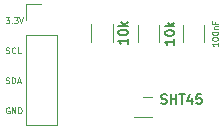
<source format=gbr>
%TF.GenerationSoftware,KiCad,Pcbnew,7.0.6-7.0.6~ubuntu22.04.1*%
%TF.CreationDate,2023-08-07T17:02:43+02:00*%
%TF.ProjectId,SHT45,53485434-352e-46b6-9963-61645f706362,rev?*%
%TF.SameCoordinates,Original*%
%TF.FileFunction,Legend,Top*%
%TF.FilePolarity,Positive*%
%FSLAX46Y46*%
G04 Gerber Fmt 4.6, Leading zero omitted, Abs format (unit mm)*
G04 Created by KiCad (PCBNEW 7.0.6-7.0.6~ubuntu22.04.1) date 2023-08-07 17:02:43*
%MOMM*%
%LPD*%
G01*
G04 APERTURE LIST*
%ADD10C,0.050000*%
%ADD11C,0.150000*%
%ADD12C,0.125000*%
%ADD13C,0.120000*%
G04 APERTURE END LIST*
D10*
X122333846Y-91662019D02*
X122286227Y-91638209D01*
X122286227Y-91638209D02*
X122214798Y-91638209D01*
X122214798Y-91638209D02*
X122143370Y-91662019D01*
X122143370Y-91662019D02*
X122095751Y-91709638D01*
X122095751Y-91709638D02*
X122071941Y-91757257D01*
X122071941Y-91757257D02*
X122048132Y-91852495D01*
X122048132Y-91852495D02*
X122048132Y-91923923D01*
X122048132Y-91923923D02*
X122071941Y-92019161D01*
X122071941Y-92019161D02*
X122095751Y-92066780D01*
X122095751Y-92066780D02*
X122143370Y-92114400D01*
X122143370Y-92114400D02*
X122214798Y-92138209D01*
X122214798Y-92138209D02*
X122262417Y-92138209D01*
X122262417Y-92138209D02*
X122333846Y-92114400D01*
X122333846Y-92114400D02*
X122357655Y-92090590D01*
X122357655Y-92090590D02*
X122357655Y-91923923D01*
X122357655Y-91923923D02*
X122262417Y-91923923D01*
X122571941Y-92138209D02*
X122571941Y-91638209D01*
X122571941Y-91638209D02*
X122857655Y-92138209D01*
X122857655Y-92138209D02*
X122857655Y-91638209D01*
X123095751Y-92138209D02*
X123095751Y-91638209D01*
X123095751Y-91638209D02*
X123214799Y-91638209D01*
X123214799Y-91638209D02*
X123286227Y-91662019D01*
X123286227Y-91662019D02*
X123333846Y-91709638D01*
X123333846Y-91709638D02*
X123357656Y-91757257D01*
X123357656Y-91757257D02*
X123381465Y-91852495D01*
X123381465Y-91852495D02*
X123381465Y-91923923D01*
X123381465Y-91923923D02*
X123357656Y-92019161D01*
X123357656Y-92019161D02*
X123333846Y-92066780D01*
X123333846Y-92066780D02*
X123286227Y-92114400D01*
X123286227Y-92114400D02*
X123214799Y-92138209D01*
X123214799Y-92138209D02*
X123095751Y-92138209D01*
X122048132Y-89574400D02*
X122119560Y-89598209D01*
X122119560Y-89598209D02*
X122238608Y-89598209D01*
X122238608Y-89598209D02*
X122286227Y-89574400D01*
X122286227Y-89574400D02*
X122310036Y-89550590D01*
X122310036Y-89550590D02*
X122333846Y-89502971D01*
X122333846Y-89502971D02*
X122333846Y-89455352D01*
X122333846Y-89455352D02*
X122310036Y-89407733D01*
X122310036Y-89407733D02*
X122286227Y-89383923D01*
X122286227Y-89383923D02*
X122238608Y-89360114D01*
X122238608Y-89360114D02*
X122143370Y-89336304D01*
X122143370Y-89336304D02*
X122095751Y-89312495D01*
X122095751Y-89312495D02*
X122071941Y-89288685D01*
X122071941Y-89288685D02*
X122048132Y-89241066D01*
X122048132Y-89241066D02*
X122048132Y-89193447D01*
X122048132Y-89193447D02*
X122071941Y-89145828D01*
X122071941Y-89145828D02*
X122095751Y-89122019D01*
X122095751Y-89122019D02*
X122143370Y-89098209D01*
X122143370Y-89098209D02*
X122262417Y-89098209D01*
X122262417Y-89098209D02*
X122333846Y-89122019D01*
X122548131Y-89598209D02*
X122548131Y-89098209D01*
X122548131Y-89098209D02*
X122667179Y-89098209D01*
X122667179Y-89098209D02*
X122738607Y-89122019D01*
X122738607Y-89122019D02*
X122786226Y-89169638D01*
X122786226Y-89169638D02*
X122810036Y-89217257D01*
X122810036Y-89217257D02*
X122833845Y-89312495D01*
X122833845Y-89312495D02*
X122833845Y-89383923D01*
X122833845Y-89383923D02*
X122810036Y-89479161D01*
X122810036Y-89479161D02*
X122786226Y-89526780D01*
X122786226Y-89526780D02*
X122738607Y-89574400D01*
X122738607Y-89574400D02*
X122667179Y-89598209D01*
X122667179Y-89598209D02*
X122548131Y-89598209D01*
X123024322Y-89455352D02*
X123262417Y-89455352D01*
X122976703Y-89598209D02*
X123143369Y-89098209D01*
X123143369Y-89098209D02*
X123310036Y-89598209D01*
X122048132Y-87034400D02*
X122119560Y-87058209D01*
X122119560Y-87058209D02*
X122238608Y-87058209D01*
X122238608Y-87058209D02*
X122286227Y-87034400D01*
X122286227Y-87034400D02*
X122310036Y-87010590D01*
X122310036Y-87010590D02*
X122333846Y-86962971D01*
X122333846Y-86962971D02*
X122333846Y-86915352D01*
X122333846Y-86915352D02*
X122310036Y-86867733D01*
X122310036Y-86867733D02*
X122286227Y-86843923D01*
X122286227Y-86843923D02*
X122238608Y-86820114D01*
X122238608Y-86820114D02*
X122143370Y-86796304D01*
X122143370Y-86796304D02*
X122095751Y-86772495D01*
X122095751Y-86772495D02*
X122071941Y-86748685D01*
X122071941Y-86748685D02*
X122048132Y-86701066D01*
X122048132Y-86701066D02*
X122048132Y-86653447D01*
X122048132Y-86653447D02*
X122071941Y-86605828D01*
X122071941Y-86605828D02*
X122095751Y-86582019D01*
X122095751Y-86582019D02*
X122143370Y-86558209D01*
X122143370Y-86558209D02*
X122262417Y-86558209D01*
X122262417Y-86558209D02*
X122333846Y-86582019D01*
X122833845Y-87010590D02*
X122810036Y-87034400D01*
X122810036Y-87034400D02*
X122738607Y-87058209D01*
X122738607Y-87058209D02*
X122690988Y-87058209D01*
X122690988Y-87058209D02*
X122619560Y-87034400D01*
X122619560Y-87034400D02*
X122571941Y-86986780D01*
X122571941Y-86986780D02*
X122548131Y-86939161D01*
X122548131Y-86939161D02*
X122524322Y-86843923D01*
X122524322Y-86843923D02*
X122524322Y-86772495D01*
X122524322Y-86772495D02*
X122548131Y-86677257D01*
X122548131Y-86677257D02*
X122571941Y-86629638D01*
X122571941Y-86629638D02*
X122619560Y-86582019D01*
X122619560Y-86582019D02*
X122690988Y-86558209D01*
X122690988Y-86558209D02*
X122738607Y-86558209D01*
X122738607Y-86558209D02*
X122810036Y-86582019D01*
X122810036Y-86582019D02*
X122833845Y-86605828D01*
X123286226Y-87058209D02*
X123048131Y-87058209D01*
X123048131Y-87058209D02*
X123048131Y-86558209D01*
X122024322Y-84018209D02*
X122333846Y-84018209D01*
X122333846Y-84018209D02*
X122167179Y-84208685D01*
X122167179Y-84208685D02*
X122238608Y-84208685D01*
X122238608Y-84208685D02*
X122286227Y-84232495D01*
X122286227Y-84232495D02*
X122310036Y-84256304D01*
X122310036Y-84256304D02*
X122333846Y-84303923D01*
X122333846Y-84303923D02*
X122333846Y-84422971D01*
X122333846Y-84422971D02*
X122310036Y-84470590D01*
X122310036Y-84470590D02*
X122286227Y-84494400D01*
X122286227Y-84494400D02*
X122238608Y-84518209D01*
X122238608Y-84518209D02*
X122095751Y-84518209D01*
X122095751Y-84518209D02*
X122048132Y-84494400D01*
X122048132Y-84494400D02*
X122024322Y-84470590D01*
X122548131Y-84470590D02*
X122571941Y-84494400D01*
X122571941Y-84494400D02*
X122548131Y-84518209D01*
X122548131Y-84518209D02*
X122524322Y-84494400D01*
X122524322Y-84494400D02*
X122548131Y-84470590D01*
X122548131Y-84470590D02*
X122548131Y-84518209D01*
X122738607Y-84018209D02*
X123048131Y-84018209D01*
X123048131Y-84018209D02*
X122881464Y-84208685D01*
X122881464Y-84208685D02*
X122952893Y-84208685D01*
X122952893Y-84208685D02*
X123000512Y-84232495D01*
X123000512Y-84232495D02*
X123024321Y-84256304D01*
X123024321Y-84256304D02*
X123048131Y-84303923D01*
X123048131Y-84303923D02*
X123048131Y-84422971D01*
X123048131Y-84422971D02*
X123024321Y-84470590D01*
X123024321Y-84470590D02*
X123000512Y-84494400D01*
X123000512Y-84494400D02*
X122952893Y-84518209D01*
X122952893Y-84518209D02*
X122810036Y-84518209D01*
X122810036Y-84518209D02*
X122762417Y-84494400D01*
X122762417Y-84494400D02*
X122738607Y-84470590D01*
X123190988Y-84018209D02*
X123357654Y-84518209D01*
X123357654Y-84518209D02*
X123524321Y-84018209D01*
D11*
X135195713Y-91306200D02*
X135309999Y-91344295D01*
X135309999Y-91344295D02*
X135500475Y-91344295D01*
X135500475Y-91344295D02*
X135576666Y-91306200D01*
X135576666Y-91306200D02*
X135614761Y-91268104D01*
X135614761Y-91268104D02*
X135652856Y-91191914D01*
X135652856Y-91191914D02*
X135652856Y-91115723D01*
X135652856Y-91115723D02*
X135614761Y-91039533D01*
X135614761Y-91039533D02*
X135576666Y-91001438D01*
X135576666Y-91001438D02*
X135500475Y-90963342D01*
X135500475Y-90963342D02*
X135348094Y-90925247D01*
X135348094Y-90925247D02*
X135271904Y-90887152D01*
X135271904Y-90887152D02*
X135233809Y-90849057D01*
X135233809Y-90849057D02*
X135195713Y-90772866D01*
X135195713Y-90772866D02*
X135195713Y-90696676D01*
X135195713Y-90696676D02*
X135233809Y-90620485D01*
X135233809Y-90620485D02*
X135271904Y-90582390D01*
X135271904Y-90582390D02*
X135348094Y-90544295D01*
X135348094Y-90544295D02*
X135538571Y-90544295D01*
X135538571Y-90544295D02*
X135652856Y-90582390D01*
X135995714Y-91344295D02*
X135995714Y-90544295D01*
X135995714Y-90925247D02*
X136452857Y-90925247D01*
X136452857Y-91344295D02*
X136452857Y-90544295D01*
X136719523Y-90544295D02*
X137176666Y-90544295D01*
X136948094Y-91344295D02*
X136948094Y-90544295D01*
X137786190Y-90810961D02*
X137786190Y-91344295D01*
X137595714Y-90506200D02*
X137405237Y-91077628D01*
X137405237Y-91077628D02*
X137900476Y-91077628D01*
X138586190Y-90544295D02*
X138205238Y-90544295D01*
X138205238Y-90544295D02*
X138167142Y-90925247D01*
X138167142Y-90925247D02*
X138205238Y-90887152D01*
X138205238Y-90887152D02*
X138281428Y-90849057D01*
X138281428Y-90849057D02*
X138471904Y-90849057D01*
X138471904Y-90849057D02*
X138548095Y-90887152D01*
X138548095Y-90887152D02*
X138586190Y-90925247D01*
X138586190Y-90925247D02*
X138624285Y-91001438D01*
X138624285Y-91001438D02*
X138624285Y-91191914D01*
X138624285Y-91191914D02*
X138586190Y-91268104D01*
X138586190Y-91268104D02*
X138548095Y-91306200D01*
X138548095Y-91306200D02*
X138471904Y-91344295D01*
X138471904Y-91344295D02*
X138281428Y-91344295D01*
X138281428Y-91344295D02*
X138205238Y-91306200D01*
X138205238Y-91306200D02*
X138167142Y-91268104D01*
X136294295Y-85881690D02*
X136294295Y-86338833D01*
X136294295Y-86110261D02*
X135494295Y-86110261D01*
X135494295Y-86110261D02*
X135608580Y-86186452D01*
X135608580Y-86186452D02*
X135684771Y-86262642D01*
X135684771Y-86262642D02*
X135722866Y-86338833D01*
X135494295Y-85386451D02*
X135494295Y-85310261D01*
X135494295Y-85310261D02*
X135532390Y-85234070D01*
X135532390Y-85234070D02*
X135570485Y-85195975D01*
X135570485Y-85195975D02*
X135646676Y-85157880D01*
X135646676Y-85157880D02*
X135799057Y-85119785D01*
X135799057Y-85119785D02*
X135989533Y-85119785D01*
X135989533Y-85119785D02*
X136141914Y-85157880D01*
X136141914Y-85157880D02*
X136218104Y-85195975D01*
X136218104Y-85195975D02*
X136256200Y-85234070D01*
X136256200Y-85234070D02*
X136294295Y-85310261D01*
X136294295Y-85310261D02*
X136294295Y-85386451D01*
X136294295Y-85386451D02*
X136256200Y-85462642D01*
X136256200Y-85462642D02*
X136218104Y-85500737D01*
X136218104Y-85500737D02*
X136141914Y-85538832D01*
X136141914Y-85538832D02*
X135989533Y-85576928D01*
X135989533Y-85576928D02*
X135799057Y-85576928D01*
X135799057Y-85576928D02*
X135646676Y-85538832D01*
X135646676Y-85538832D02*
X135570485Y-85500737D01*
X135570485Y-85500737D02*
X135532390Y-85462642D01*
X135532390Y-85462642D02*
X135494295Y-85386451D01*
X136294295Y-84776927D02*
X135494295Y-84776927D01*
X135989533Y-84700737D02*
X136294295Y-84472165D01*
X135760961Y-84472165D02*
X136065723Y-84776927D01*
X132356295Y-85819690D02*
X132356295Y-86276833D01*
X132356295Y-86048261D02*
X131556295Y-86048261D01*
X131556295Y-86048261D02*
X131670580Y-86124452D01*
X131670580Y-86124452D02*
X131746771Y-86200642D01*
X131746771Y-86200642D02*
X131784866Y-86276833D01*
X131556295Y-85324451D02*
X131556295Y-85248261D01*
X131556295Y-85248261D02*
X131594390Y-85172070D01*
X131594390Y-85172070D02*
X131632485Y-85133975D01*
X131632485Y-85133975D02*
X131708676Y-85095880D01*
X131708676Y-85095880D02*
X131861057Y-85057785D01*
X131861057Y-85057785D02*
X132051533Y-85057785D01*
X132051533Y-85057785D02*
X132203914Y-85095880D01*
X132203914Y-85095880D02*
X132280104Y-85133975D01*
X132280104Y-85133975D02*
X132318200Y-85172070D01*
X132318200Y-85172070D02*
X132356295Y-85248261D01*
X132356295Y-85248261D02*
X132356295Y-85324451D01*
X132356295Y-85324451D02*
X132318200Y-85400642D01*
X132318200Y-85400642D02*
X132280104Y-85438737D01*
X132280104Y-85438737D02*
X132203914Y-85476832D01*
X132203914Y-85476832D02*
X132051533Y-85514928D01*
X132051533Y-85514928D02*
X131861057Y-85514928D01*
X131861057Y-85514928D02*
X131708676Y-85476832D01*
X131708676Y-85476832D02*
X131632485Y-85438737D01*
X131632485Y-85438737D02*
X131594390Y-85400642D01*
X131594390Y-85400642D02*
X131556295Y-85324451D01*
X132356295Y-84714927D02*
X131556295Y-84714927D01*
X132051533Y-84638737D02*
X132356295Y-84410165D01*
X131822961Y-84410165D02*
X132127723Y-84714927D01*
D12*
X139996809Y-86166808D02*
X139996809Y-86452522D01*
X139996809Y-86309665D02*
X139496809Y-86309665D01*
X139496809Y-86309665D02*
X139568238Y-86357284D01*
X139568238Y-86357284D02*
X139615857Y-86404903D01*
X139615857Y-86404903D02*
X139639666Y-86452522D01*
X139496809Y-85857285D02*
X139496809Y-85809666D01*
X139496809Y-85809666D02*
X139520619Y-85762047D01*
X139520619Y-85762047D02*
X139544428Y-85738237D01*
X139544428Y-85738237D02*
X139592047Y-85714428D01*
X139592047Y-85714428D02*
X139687285Y-85690618D01*
X139687285Y-85690618D02*
X139806333Y-85690618D01*
X139806333Y-85690618D02*
X139901571Y-85714428D01*
X139901571Y-85714428D02*
X139949190Y-85738237D01*
X139949190Y-85738237D02*
X139973000Y-85762047D01*
X139973000Y-85762047D02*
X139996809Y-85809666D01*
X139996809Y-85809666D02*
X139996809Y-85857285D01*
X139996809Y-85857285D02*
X139973000Y-85904904D01*
X139973000Y-85904904D02*
X139949190Y-85928713D01*
X139949190Y-85928713D02*
X139901571Y-85952523D01*
X139901571Y-85952523D02*
X139806333Y-85976332D01*
X139806333Y-85976332D02*
X139687285Y-85976332D01*
X139687285Y-85976332D02*
X139592047Y-85952523D01*
X139592047Y-85952523D02*
X139544428Y-85928713D01*
X139544428Y-85928713D02*
X139520619Y-85904904D01*
X139520619Y-85904904D02*
X139496809Y-85857285D01*
X139496809Y-85381095D02*
X139496809Y-85333476D01*
X139496809Y-85333476D02*
X139520619Y-85285857D01*
X139520619Y-85285857D02*
X139544428Y-85262047D01*
X139544428Y-85262047D02*
X139592047Y-85238238D01*
X139592047Y-85238238D02*
X139687285Y-85214428D01*
X139687285Y-85214428D02*
X139806333Y-85214428D01*
X139806333Y-85214428D02*
X139901571Y-85238238D01*
X139901571Y-85238238D02*
X139949190Y-85262047D01*
X139949190Y-85262047D02*
X139973000Y-85285857D01*
X139973000Y-85285857D02*
X139996809Y-85333476D01*
X139996809Y-85333476D02*
X139996809Y-85381095D01*
X139996809Y-85381095D02*
X139973000Y-85428714D01*
X139973000Y-85428714D02*
X139949190Y-85452523D01*
X139949190Y-85452523D02*
X139901571Y-85476333D01*
X139901571Y-85476333D02*
X139806333Y-85500142D01*
X139806333Y-85500142D02*
X139687285Y-85500142D01*
X139687285Y-85500142D02*
X139592047Y-85476333D01*
X139592047Y-85476333D02*
X139544428Y-85452523D01*
X139544428Y-85452523D02*
X139520619Y-85428714D01*
X139520619Y-85428714D02*
X139496809Y-85381095D01*
X139663476Y-85000143D02*
X139996809Y-85000143D01*
X139711095Y-85000143D02*
X139687285Y-84976333D01*
X139687285Y-84976333D02*
X139663476Y-84928714D01*
X139663476Y-84928714D02*
X139663476Y-84857286D01*
X139663476Y-84857286D02*
X139687285Y-84809667D01*
X139687285Y-84809667D02*
X139734904Y-84785857D01*
X139734904Y-84785857D02*
X139996809Y-84785857D01*
X139734904Y-84381095D02*
X139734904Y-84547762D01*
X139996809Y-84547762D02*
X139496809Y-84547762D01*
X139496809Y-84547762D02*
X139496809Y-84309667D01*
D13*
%TO.C,SHT45*%
X133670000Y-90738000D02*
X134420000Y-90738000D01*
X132920000Y-92458000D02*
X134420000Y-92458000D01*
%TO.C,10k*%
X133202000Y-84678436D02*
X133202000Y-86132564D01*
X135022000Y-84678436D02*
X135022000Y-86132564D01*
X129264000Y-84616436D02*
X129264000Y-86070564D01*
X131084000Y-84616436D02*
X131084000Y-86070564D01*
%TO.C,J1*%
X126374000Y-85466000D02*
X126374000Y-93146000D01*
X123714000Y-84196000D02*
X123714000Y-82866000D01*
X123714000Y-93146000D02*
X126374000Y-93146000D01*
X123714000Y-85466000D02*
X126374000Y-85466000D01*
X123714000Y-82866000D02*
X125044000Y-82866000D01*
X123714000Y-85466000D02*
X123714000Y-93146000D01*
%TO.C,100nF*%
X138832000Y-84681748D02*
X138832000Y-86104252D01*
X137012000Y-84681748D02*
X137012000Y-86104252D01*
%TD*%
M02*

</source>
